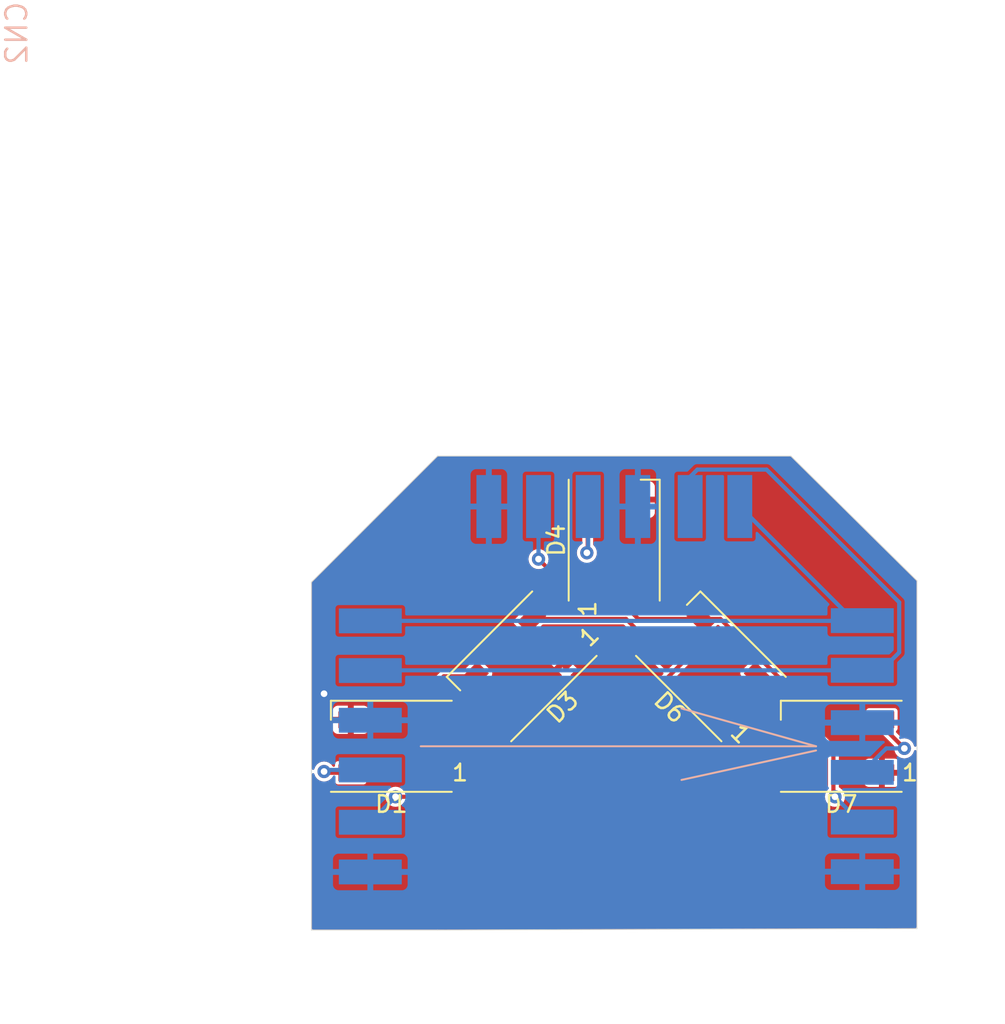
<source format=kicad_pcb>
(kicad_pcb (version 20211014) (generator pcbnew)
  (layers (0 "F.Cu" signal) (31 "B.Cu" signal) (34 "B.Paste" user) (35 "F.Paste" user) (36 "B.SilkS" user "B.Silkscreen") (37 "F.SilkS" user "F.Silkscreen") (38 "B.Mask" user) (39 "F.Mask" user) (44 "Edge.Cuts" user))
  (net 0 "")
  (net 1 "GND")
  (net 2 "Net-(CN1-Pad1)")
  (net 3 "Net-(CN1-Pad2)")
  (net 4 "Net-(CN1-Pad4)")
  (net 5 "+5V")
  (net 6 "Net-(CN2-Pad3)")
  (net 7 "Net-(D6-Pad2)")
  (net 9 "Net-(CN3-Pad4)")
  (net 10 "Net-(D1-Pad2)")
  (net 11 "Net-(D3-Pad2)")
  (footprint "LED_SMD:LED_WS2812B_PLCC4_5.0x5.0mm_P3.2mm" (layer "F.Cu") (at 146.558 102.616 135)
    (fp_text reference "D6" (at 0 -3.5 135) (layer "F.SilkS"))
    (fp_text value "WS2812B")
    (fp_text user "1" (at -4.15 -1.6 135) (layer "F.SilkS"))
    (fp_line (start -3.65 2.75) (end 3.65 2.75) (layer "F.SilkS") (width 0.12))
    (fp_line (start -3.65 -2.75) (end 3.65 -2.75) (layer "F.SilkS") (width 0.12))
    (fp_line (start 3.65 2.75) (end 3.65 1.6) (layer "F.SilkS") (width 0.12))
    (pad "1" smd rect (at -2.45 -1.6 135) (size 1.5 1) (layers "F.Cu" "F.Paste" "F.Mask") (net 1 "GND"))
    (pad "2" smd rect (at -2.45 1.6 135) (size 1.5 1) (layers "F.Cu" "F.Paste" "F.Mask") (net 7 "Net-(D6-Pad2)"))
    (pad "3" smd rect (at 2.45 1.6 135) (size 1.5 1) (layers "F.Cu" "F.Paste" "F.Mask") (net 5 "+5V"))
    (pad "4" smd rect (at 2.45 -1.6 135) (size 1.5 1) (layers "F.Cu" "F.Paste" "F.Mask") (net 11 "Net-(D3-Pad2)"))
  )
  (footprint "LED_SMD:LED_WS2812B_PLCC4_5.0x5.0mm_P3.2mm" (layer "F.Cu") (at 127.254 107.442 180)
    (fp_text reference "D1" (at 0 -3.5) (layer "F.SilkS"))
    (fp_text value "WS2812B")
    (fp_text user "1" (at -4.15 -1.6) (layer "F.SilkS"))
    (fp_line (start -3.65 2.75) (end 3.65 2.75) (layer "F.SilkS") (width 0.12))
    (fp_line (start 3.65 2.75) (end 3.65 1.6) (layer "F.SilkS") (width 0.12))
    (fp_line (start -3.65 -2.75) (end 3.65 -2.75) (layer "F.SilkS") (width 0.12))
    (pad "1" smd rect (at -2.45 -1.6 180) (size 1.5 1) (layers "F.Cu" "F.Paste" "F.Mask") (net 5 "+5V"))
    (pad "2" smd rect (at -2.45 1.6 180) (size 1.5 1) (layers "F.Cu" "F.Paste" "F.Mask") (net 10 "Net-(D1-Pad2)"))
    (pad "3" smd rect (at 2.45 1.6 180) (size 1.5 1) (layers "F.Cu" "F.Paste" "F.Mask") (net 1 "GND"))
    (pad "4" smd rect (at 2.45 -1.6 180) (size 1.5 1) (layers "F.Cu" "F.Paste" "F.Mask") (net 6 "Net-(CN2-Pad3)"))
  )
  (footprint "LED_SMD:LED_WS2812B_PLCC4_5.0x5.0mm_P3.2mm" (layer "F.Cu") (at 140.716 94.996 90)
    (fp_text reference "D4" (at 0 -3.5 90) (layer "F.SilkS"))
    (fp_text value "WS2812B")
    (fp_text user "1" (at -4.15 -1.6 90) (layer "F.SilkS"))
    (fp_line (start -3.65 2.75) (end 3.65 2.75) (layer "F.SilkS") (width 0.12))
    (fp_line (start -3.65 -2.75) (end 3.65 -2.75) (layer "F.SilkS") (width 0.12))
    (fp_line (start 3.65 2.75) (end 3.65 1.6) (layer "F.SilkS") (width 0.12))
    (pad "1" smd rect (at -2.45 -1.6 90) (size 1.5 1) (layers "F.Cu" "F.Paste" "F.Mask") (net 5 "+5V"))
    (pad "2" smd rect (at -2.45 1.6 90) (size 1.5 1) (layers "F.Cu" "F.Paste" "F.Mask"))
    (pad "3" smd rect (at 2.45 1.6 90) (size 1.5 1) (layers "F.Cu" "F.Paste" "F.Mask") (net 1 "GND"))
    (pad "4" smd rect (at 2.45 -1.6 90) (size 1.5 1) (layers "F.Cu" "F.Paste" "F.Mask") (net 9 "Net-(CN3-Pad4)"))
  )
  (footprint "LED_SMD:LED_WS2812B_PLCC4_5.0x5.0mm_P3.2mm" (layer "F.Cu") (at 154.432 107.442 180)
    (fp_text reference "D7" (at 0 -3.5) (layer "F.SilkS"))
    (fp_text value "WS2812B")
    (fp_text user "1" (at -4.15 -1.6) (layer "F.SilkS"))
    (fp_line (start 3.65 2.75) (end 3.65 1.6) (layer "F.SilkS") (width 0.12))
    (fp_line (start -3.65 -2.75) (end 3.65 -2.75) (layer "F.SilkS") (width 0.12))
    (fp_line (start -3.65 2.75) (end 3.65 2.75) (layer "F.SilkS") (width 0.12))
    (pad "1" smd rect (at -2.45 -1.6 180) (size 1.5 1) (layers "F.Cu" "F.Paste" "F.Mask") (net 1 "GND"))
    (pad "2" smd rect (at -2.45 1.6 180) (size 1.5 1) (layers "F.Cu" "F.Paste" "F.Mask") (net 4 "Net-(CN1-Pad4)"))
    (pad "3" smd rect (at 2.45 1.6 180) (size 1.5 1) (layers "F.Cu" "F.Paste" "F.Mask") (net 5 "+5V"))
    (pad "4" smd rect (at 2.45 -1.6 180) (size 1.5 1) (layers "F.Cu" "F.Paste" "F.Mask") (net 7 "Net-(D6-Pad2)"))
  )
  (footprint "LED_SMD:LED_WS2812B_PLCC4_5.0x5.0mm_P3.2mm" (layer "F.Cu") (at 135.128 102.616 -135)
    (fp_text reference "D3" (at 0 -3.5 45) (layer "F.SilkS"))
    (fp_text value "WS2812B")
    (fp_text user "1" (at -4.15 -1.6 45) (layer "F.SilkS"))
    (fp_line (start 3.65 2.75) (end 3.65 1.6) (layer "F.SilkS") (width 0.12))
    (fp_line (start -3.65 -2.75) (end 3.65 -2.75) (layer "F.SilkS") (width 0.12))
    (fp_line (start -3.65 2.75) (end 3.65 2.75) (layer "F.SilkS") (width 0.12))
    (pad "1" smd rect (at -2.45 -1.6 225) (size 1.5 1) (layers "F.Cu" "F.Paste" "F.Mask") (net 1 "GND"))
    (pad "2" smd rect (at -2.45 1.6 225) (size 1.5 1) (layers "F.Cu" "F.Paste" "F.Mask") (net 11 "Net-(D3-Pad2)"))
    (pad "3" smd rect (at 2.45 1.6 225) (size 1.5 1) (layers "F.Cu" "F.Paste" "F.Mask") (net 5 "+5V"))
    (pad "4" smd rect (at 2.45 -1.6 225) (size 1.5 1) (layers "F.Cu" "F.Paste" "F.Mask") (net 10 "Net-(D1-Pad2)"))
  )
  (footprint "Adafruit NeoPixel 8 Stick:1X4-SMT" (layer "B.Cu") (at 141.224 92.964 180)
    (fp_text reference "CN3" hide)
    (fp_text value "1X4SMT")
    (pad "1" smd rect (at -7.08 0 180) (size 1.5 3.8) (layers "B.Cu" "B.Paste" "B.Mask") (net 2 "Net-(CN1-Pad1)"))
    (pad "2" smd rect (at -4.08 0 180) (size 1.5 3.8) (layers "B.Cu" "B.Paste" "B.Mask") (net 3 "Net-(CN1-Pad2)"))
    (pad "3" smd rect (at -0.92 0 180) (size 1.5 3.8) (layers "B.Cu" "B.Paste" "B.Mask") (net 1 "GND"))
    (pad "4" smd rect (at 2.08 0 180) (size 1.5 3.8) (layers "B.Cu" "B.Paste" "B.Mask") (net 9 "Net-(CN3-Pad4)"))
    (pad "5" smd rect (at 5.08 0 180) (size 1.5 3.8) (layers "B.Cu" "B.Paste" "B.Mask") (net 5 "+5V"))
    (pad "6" smd rect (at 8.08 0 180) (size 1.5 3.8) (layers "B.Cu" "B.Paste" "B.Mask") (net 1 "GND"))
  )
  (footprint "Adafruit NeoPixel 8 Stick:1X4-SMT" (layer "B.Cu") (at 155.702 106.934 -90)
    (fp_text reference "CN1" hide)
    (fp_text value "1X4SMT")
    (pad "1" smd rect (at -7.08 0 270) (size 1.5 3.8) (layers "B.Cu" "B.Paste" "B.Mask") (net 2 "Net-(CN1-Pad1)"))
    (pad "2" smd rect (at -4.08 0 270) (size 1.5 3.8) (layers "B.Cu" "B.Paste" "B.Mask") (net 3 "Net-(CN1-Pad2)"))
    (pad "3" smd rect (at -0.92 0 270) (size 1.5 3.8) (layers "B.Cu" "B.Paste" "B.Mask") (net 1 "GND"))
    (pad "4" smd rect (at 2.08 0 270) (size 1.5 3.8) (layers "B.Cu" "B.Paste" "B.Mask") (net 4 "Net-(CN1-Pad4)"))
    (pad "5" smd rect (at 5.08 0 270) (size 1.5 3.8) (layers "B.Cu" "B.Paste" "B.Mask") (net 5 "+5V"))
    (pad "6" smd rect (at 8.08 0 270) (size 1.5 3.8) (layers "B.Cu" "B.Paste" "B.Mask") (net 1 "GND"))
  )
  (footprint "Adafruit NeoPixel 8 Stick:1X4-SMT" (layer "B.Cu") (at 125.984 107.95 90)
    (fp_text reference "CN2" (at 43.568 -21.362 90) (layer "B.SilkS") (effects (font (size 1.27 1.27)) (justify mirror)))
    (fp_text value "1X4SMT")
    (pad "1" smd rect (at -7.08 0 90) (size 1.5 3.8) (layers "B.Cu" "B.Paste" "B.Mask") (net 1 "GND"))
    (pad "2" smd rect (at -4.08 0 90) (size 1.5 3.8) (layers "B.Cu" "B.Paste" "B.Mask") (net 5 "+5V"))
    (pad "3" smd rect (at -0.92 0 90) (size 1.5 3.8) (layers "B.Cu" "B.Paste" "B.Mask") (net 6 "Net-(CN2-Pad3)"))
    (pad "4" smd rect (at 2.08 0 90) (size 1.5 3.8) (layers "B.Cu" "B.Paste" "B.Mask") (net 1 "GND"))
    (pad "5" smd rect (at 5.08 0 90) (size 1.5 3.8) (layers "B.Cu" "B.Paste" "B.Mask") (net 3 "Net-(CN1-Pad2)"))
    (pad "6" smd rect (at 8.08 0 90) (size 1.5 3.8) (layers "B.Cu" "B.Paste" "B.Mask") (net 2 "Net-(CN1-Pad1)"))
  )
  (gr_line (start 152.908 107.696) (end 144.78 109.474) (layer "B.SilkS") (width 0.12))
  (gr_line (start 129.032 107.442) (end 152.908 107.442) (layer "B.SilkS") (width 0.12))
  (gr_line (start 144.78 105.156) (end 152.908 107.442) (layer "B.SilkS") (width 0.12))
  (gr_line (start 130.048 89.915998) (end 151.384 89.915999) (layer "Edge.Cuts") (width 0.05))
  (gr_line (start 122.428 97.536) (end 122.428 118.536) (layer "Edge.Cuts") (width 0.05))
  (gr_line (start 151.384 89.915999) (end 159.004 97.45) (layer "Edge.Cuts") (width 0.05))
  (gr_line (start 130.048 118.536) (end 159.004 118.45) (layer "Edge.Cuts") (width 0.05))
  (gr_line (start 159.004 97.45) (end 159.004 118.45) (layer "Edge.Cuts") (width 0.05))
  (gr_line locked (start 122.428 118.536) (end 130.048 118.536) (layer "Edge.Cuts") (width 0.05))
  (gr_line (start 122.428 97.536) (end 130.048 89.915998) (layer "Edge.Cuts") (width 0.05))
  (via (at 123.19 104.267) (size 0.8) (drill 0.4) (layers "F.Cu" "B.Cu") (net 1))
  (segment (start 125.984 99.87) (end 155.686 99.87) (width 0.25) (layer "B.Cu") (net 2))
  (segment (start 155.686 99.87) (end 155.702 99.854) (width 0.25) (layer "B.Cu") (net 2))
  (segment (start 155.194 99.854) (end 148.304 92.964) (width 0.25) (layer "B.Cu") (net 2))
  (segment (start 155.702 99.854) (end 155.194 99.854) (width 0.25) (layer "B.Cu") (net 2))
  (segment (start 155.702 102.854) (end 126 102.854) (width 0.25) (layer "B.Cu") (net 3))
  (segment (start 156.852 102.854) (end 157.9302 101.7758) (width 0.25) (layer "B.Cu") (net 3))
  (segment (start 145.7382 90.7358) (end 145.304 91.17) (width 0.25) (layer "B.Cu") (net 3))
  (segment (start 155.702 102.854) (end 156.852 102.854) (width 0.25) (layer "B.Cu") (net 3))
  (segment (start 157.9302 98.7482) (end 149.9178 90.7358) (width 0.25) (layer "B.Cu") (net 3))
  (segment (start 145.304 91.17) (end 145.304 92.964) (width 0.25) (layer "B.Cu") (net 3))
  (segment (start 126 102.854) (end 125.984 102.87) (width 0.25) (layer "B.Cu") (net 3))
  (segment (start 157.9302 101.7758) (end 157.9302 98.7482) (width 0.25) (layer "B.Cu") (net 3))
  (segment (start 149.9178 90.7358) (end 145.7382 90.7358) (width 0.25) (layer "B.Cu") (net 3))
  (segment (start 156.882 106.209) (end 158.242 107.569) (width 0.25) (layer "F.Cu") (net 4))
  (segment (start 156.882 105.842) (end 156.882 106.209) (width 0.25) (layer "F.Cu") (net 4))
  (via (at 158.242 107.569) (size 0.8) (drill 0.4) (layers "F.Cu" "B.Cu") (net 4))
  (segment (start 155.702 109.014) (end 157.147 107.569) (width 0.25) (layer "B.Cu") (net 4))
  (segment (start 157.147 107.569) (end 158.242 107.569) (width 0.25) (layer "B.Cu") (net 4))
  (segment (start 128.6258 107.9638) (end 129.704 109.042) (width 0.25) (layer "F.Cu") (net 5))
  (segment (start 151.982 105.842) (end 153.9578 107.8178) (width 0.25) (layer "F.Cu") (net 5))
  (segment (start 127.508 110.49) (end 128.256 110.49) (width 0.25) (layer "F.Cu") (net 5))
  (segment (start 145.956959 99.752218) (end 147.128211 99.752218) (width 0.25) (layer "F.Cu") (net 5))
  (segment (start 139.866 97.446) (end 142.172218 99.752218) (width 0.25) (layer "F.Cu") (net 5))
  (segment (start 128.256 110.49) (end 129.704 109.042) (width 0.25) (layer "F.Cu") (net 5))
  (segment (start 132.617771 103.570594) (end 132.264218 103.217041) (width 0.25) (layer "F.Cu") (net 5))
  (segment (start 145.956959 101.277024) (end 143.663389 103.570594) (width 0.25) (layer "F.Cu") (net 5))
  (segment (start 139.116 97.446) (end 137.451 97.446) (width 0.25) (layer "F.Cu") (net 5))
  (segment (start 147.128211 99.752218) (end 151.982 104.606007) (width 0.25) (layer "F.Cu") (net 5))
  (segment (start 142.172218 99.752218) (end 145.956959 99.752218) (width 0.25) (layer "F.Cu") (net 5))
  (segment (start 132.264218 103.217041) (end 130.422559 103.217041) (width 0.25) (layer "F.Cu") (net 5))
  (segment (start 143.663389 103.570594) (end 132.617771 103.570594) (width 0.25) (layer "F.Cu") (net 5))
  (segment (start 151.982 104.606007) (end 151.982 105.842) (width 0.25) (layer "F.Cu") (net 5))
  (segment (start 128.6258 105.0138) (end 128.6258 107.9638) (width 0.25) (layer "F.Cu") (net 5))
  (segment (start 130.422559 103.217041) (end 128.6258 105.0138) (width 0.25) (layer "F.Cu") (net 5))
  (segment (start 137.451 97.446) (end 136.144 96.139) (width 0.25) (layer "F.Cu") (net 5))
  (segment (start 153.9578 107.8178) (end 153.9578 110.2698) (width 0.25) (layer "F.Cu") (net 5))
  (segment (start 145.956959 99.752218) (end 145.956959 101.277024) (width 0.25) (layer "F.Cu") (net 5))
  (segment (start 139.116 97.446) (end 139.866 97.446) (width 0.25) (layer "F.Cu") (net 5))
  (via (at 154.051 110.49) (size 0.8) (drill 0.4) (layers "F.Cu" "B.Cu") (net 5))
  (via (at 136.144 96.139) (size 0.8) (drill 0.4) (layers "F.Cu" "B.Cu") (net 5))
  (via (at 127.508 110.49) (size 0.8) (drill 0.4) (layers "F.Cu" "B.Cu") (net 5))
  (segment (start 155.575 112.014) (end 154.051 110.49) (width 0.25) (layer "B.Cu") (net 5))
  (segment (start 155.702 112.014) (end 155.575 112.014) (width 0.25) (layer "B.Cu") (net 5))
  (segment (start 136.144 92.964) (end 136.144 96.139) (width 0.25) (layer "B.Cu") (net 5))
  (segment (start 125.984 112.014) (end 127.508 110.49) (width 0.25) (layer "B.Cu") (net 5))
  (segment (start 125.984 112.03) (end 125.984 112.014) (width 0.25) (layer "B.Cu") (net 5))
  (segment (start 124.804 109.042) (end 123.266 109.042) (width 0.25) (layer "F.Cu") (net 6))
  (segment (start 123.266 109.042) (end 123.19 108.966) (width 0.25) (layer "F.Cu") (net 6))
  (via (at 123.19 108.966) (size 0.8) (drill 0.4) (layers "F.Cu" "B.Cu") (net 6))
  (segment (start 123.286 108.87) (end 123.19 108.966) (width 0.25) (layer "B.Cu") (net 6))
  (segment (start 125.984 108.87) (end 123.286 108.87) (width 0.25) (layer "B.Cu") (net 6))
  (segment (start 149.421782 103.217041) (end 149.421782 106.481782) (width 0.25) (layer "F.Cu") (net 7))
  (segment (start 149.421782 106.481782) (end 151.982 109.042) (width 0.25) (layer "F.Cu") (net 7))
  (segment (start 139.116 95.707) (end 139.065 95.758) (width 0.25) (layer "F.Cu") (net 9))
  (segment (start 139.116 92.546) (end 139.116 95.707) (width 0.25) (layer "F.Cu") (net 9))
  (via (at 139.065 95.758) (size 0.8) (drill 0.4) (layers "F.Cu" "B.Cu") (net 9))
  (segment (start 139.144 92.964) (end 139.144 95.679) (width 0.25) (layer "B.Cu") (net 9))
  (segment (start 139.144 95.679) (end 139.065 95.758) (width 0.25) (layer "B.Cu") (net 9))
  (segment (start 129.704 105.842) (end 134.164741 105.842) (width 0.25) (layer "F.Cu") (net 10))
  (segment (start 141.431477 99.752218) (end 143.694218 102.014959) (width 0.25) (layer "F.Cu") (net 11))
  (segment (start 135.729041 99.752218) (end 141.431477 99.752218) (width 0.25) (layer "F.Cu") (net 11))
  (zone (net 1) (net_name "GND") (layers F&B.Cu) (priority 6) (connect_pads (clearance 0.000001)) (min_thickness 0.1524) (fill yes (thermal_gap 0.3548) (thermal_bridge_width 0.3548))
    (polygon (pts (xy 164.338 86.36) (xy 163.83 124.206) (xy 118.872 123.444) (xy 118.618 86.614)))
  )
)
</source>
